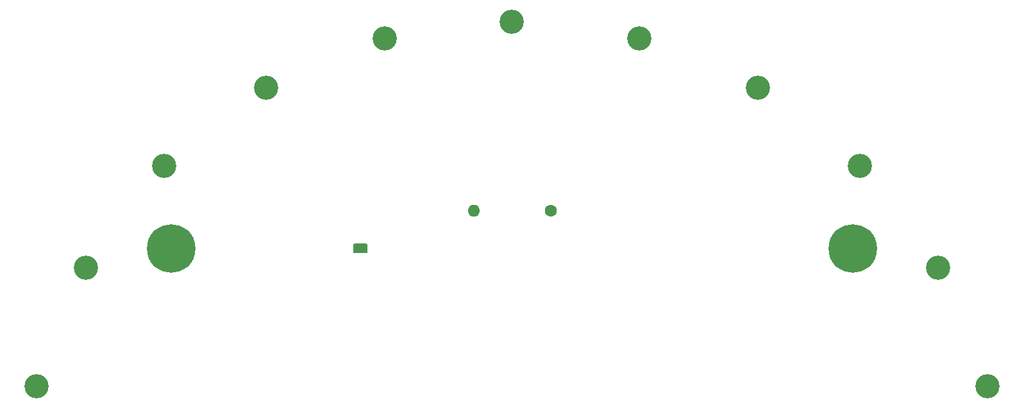
<source format=gbr>
%TF.GenerationSoftware,KiCad,Pcbnew,9.0.0*%
%TF.CreationDate,2025-06-25T22:47:07+09:00*%
%TF.ProjectId,_____,abe1e9bb-772e-46b6-9963-61645f706362,rev?*%
%TF.SameCoordinates,Original*%
%TF.FileFunction,Soldermask,Top*%
%TF.FilePolarity,Negative*%
%FSLAX46Y46*%
G04 Gerber Fmt 4.6, Leading zero omitted, Abs format (unit mm)*
G04 Created by KiCad (PCBNEW 9.0.0) date 2025-06-25 22:47:07*
%MOMM*%
%LPD*%
G01*
G04 APERTURE LIST*
G04 Aperture macros list*
%AMRoundRect*
0 Rectangle with rounded corners*
0 $1 Rounding radius*
0 $2 $3 $4 $5 $6 $7 $8 $9 X,Y pos of 4 corners*
0 Add a 4 corners polygon primitive as box body*
4,1,4,$2,$3,$4,$5,$6,$7,$8,$9,$2,$3,0*
0 Add four circle primitives for the rounded corners*
1,1,$1+$1,$2,$3*
1,1,$1+$1,$4,$5*
1,1,$1+$1,$6,$7*
1,1,$1+$1,$8,$9*
0 Add four rect primitives between the rounded corners*
20,1,$1+$1,$2,$3,$4,$5,0*
20,1,$1+$1,$4,$5,$6,$7,0*
20,1,$1+$1,$6,$7,$8,$9,0*
20,1,$1+$1,$8,$9,$2,$3,0*%
G04 Aperture macros list end*
%ADD10C,3.200000*%
%ADD11C,1.600000*%
%ADD12O,1.600000X1.600000*%
%ADD13C,6.400000*%
%ADD14RoundRect,0.190500X-0.762000X-0.444500X0.762000X-0.444500X0.762000X0.444500X-0.762000X0.444500X0*%
G04 APERTURE END LIST*
D10*
%TO.C,REF\u002A\u002A*%
X170000000Y-35000000D03*
%TD*%
%TO.C,REF\u002A\u002A*%
X202500000Y-43710000D03*
%TD*%
%TO.C,REF\u002A\u002A*%
X153180000Y-37220000D03*
%TD*%
%TO.C,REF\u002A\u002A*%
X186830000Y-37210000D03*
%TD*%
%TO.C,REF\u002A\u002A*%
X215960000Y-54040000D03*
%TD*%
%TO.C,REF\u002A\u002A*%
X226300000Y-67490000D03*
%TD*%
D11*
%TO.C,R1*%
X175160000Y-60000000D03*
D12*
X165000000Y-60000000D03*
%TD*%
D13*
%TO.C,H2*%
X125000000Y-65000000D03*
%TD*%
%TO.C,H1*%
X215000000Y-65000000D03*
%TD*%
D14*
%TO.C,REF\u002A\u002A*%
X150000000Y-65000000D03*
%TD*%
D10*
%TO.C,REF\u002A\u002A*%
X232790000Y-83170000D03*
%TD*%
%TO.C,REF\u002A\u002A*%
X137500000Y-43710000D03*
%TD*%
%TO.C,REF\u002A\u002A*%
X124040000Y-54040000D03*
%TD*%
%TO.C,REF\u002A\u002A*%
X113710000Y-67500000D03*
%TD*%
%TO.C,REF\u002A\u002A*%
X107220000Y-83180000D03*
%TD*%
M02*

</source>
